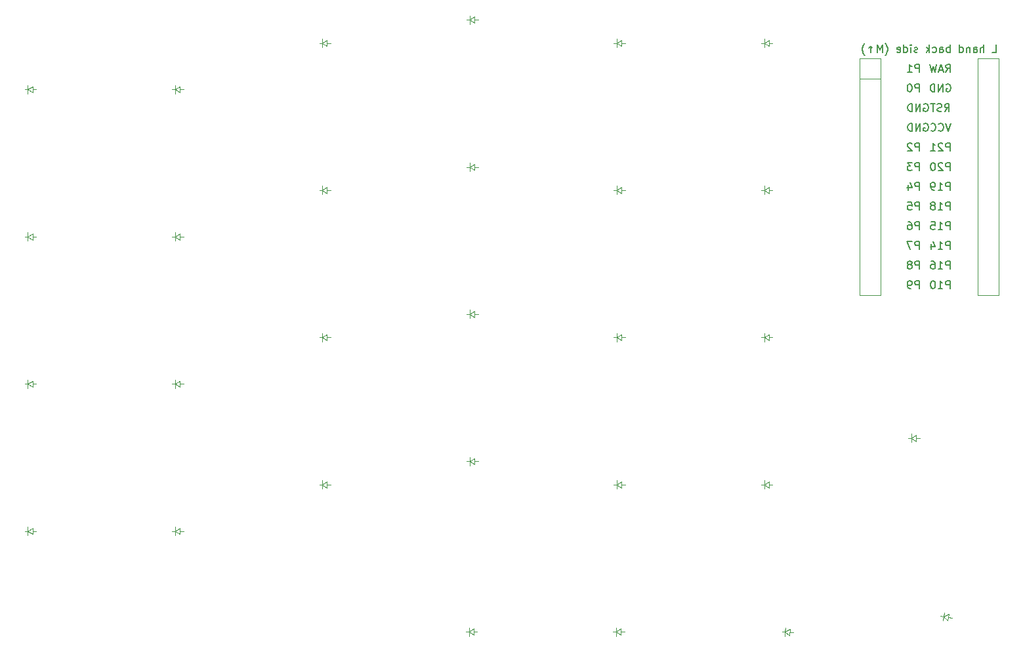
<source format=gbr>
%TF.GenerationSoftware,KiCad,Pcbnew,9.0.5*%
%TF.CreationDate,2025-11-01T14:53:46+08:00*%
%TF.ProjectId,main,6d61696e-2e6b-4696-9361-645f70636258,v1.0.0*%
%TF.SameCoordinates,Original*%
%TF.FileFunction,Legend,Bot*%
%TF.FilePolarity,Positive*%
%FSLAX46Y46*%
G04 Gerber Fmt 4.6, Leading zero omitted, Abs format (unit mm)*
G04 Created by KiCad (PCBNEW 9.0.5) date 2025-11-01 14:53:46*
%MOMM*%
%LPD*%
G01*
G04 APERTURE LIST*
%ADD10C,0.150000*%
%ADD11C,0.100000*%
%ADD12C,0.120000*%
G04 APERTURE END LIST*
D10*
X144253094Y-39954819D02*
X144253094Y-38954819D01*
X144253094Y-38954819D02*
X143872142Y-38954819D01*
X143872142Y-38954819D02*
X143776904Y-39002438D01*
X143776904Y-39002438D02*
X143729285Y-39050057D01*
X143729285Y-39050057D02*
X143681666Y-39145295D01*
X143681666Y-39145295D02*
X143681666Y-39288152D01*
X143681666Y-39288152D02*
X143729285Y-39383390D01*
X143729285Y-39383390D02*
X143776904Y-39431009D01*
X143776904Y-39431009D02*
X143872142Y-39478628D01*
X143872142Y-39478628D02*
X144253094Y-39478628D01*
X143348332Y-38954819D02*
X142729285Y-38954819D01*
X142729285Y-38954819D02*
X143062618Y-39335771D01*
X143062618Y-39335771D02*
X142919761Y-39335771D01*
X142919761Y-39335771D02*
X142824523Y-39383390D01*
X142824523Y-39383390D02*
X142776904Y-39431009D01*
X142776904Y-39431009D02*
X142729285Y-39526247D01*
X142729285Y-39526247D02*
X142729285Y-39764342D01*
X142729285Y-39764342D02*
X142776904Y-39859580D01*
X142776904Y-39859580D02*
X142824523Y-39907200D01*
X142824523Y-39907200D02*
X142919761Y-39954819D01*
X142919761Y-39954819D02*
X143205475Y-39954819D01*
X143205475Y-39954819D02*
X143300713Y-39907200D01*
X143300713Y-39907200D02*
X143348332Y-39859580D01*
X148219285Y-50114819D02*
X148219285Y-49114819D01*
X148219285Y-49114819D02*
X147838333Y-49114819D01*
X147838333Y-49114819D02*
X147743095Y-49162438D01*
X147743095Y-49162438D02*
X147695476Y-49210057D01*
X147695476Y-49210057D02*
X147647857Y-49305295D01*
X147647857Y-49305295D02*
X147647857Y-49448152D01*
X147647857Y-49448152D02*
X147695476Y-49543390D01*
X147695476Y-49543390D02*
X147743095Y-49591009D01*
X147743095Y-49591009D02*
X147838333Y-49638628D01*
X147838333Y-49638628D02*
X148219285Y-49638628D01*
X146695476Y-50114819D02*
X147266904Y-50114819D01*
X146981190Y-50114819D02*
X146981190Y-49114819D01*
X146981190Y-49114819D02*
X147076428Y-49257676D01*
X147076428Y-49257676D02*
X147171666Y-49352914D01*
X147171666Y-49352914D02*
X147266904Y-49400533D01*
X145838333Y-49448152D02*
X145838333Y-50114819D01*
X146076428Y-49067200D02*
X146314523Y-49781485D01*
X146314523Y-49781485D02*
X145695476Y-49781485D01*
X144253094Y-50114819D02*
X144253094Y-49114819D01*
X144253094Y-49114819D02*
X143872142Y-49114819D01*
X143872142Y-49114819D02*
X143776904Y-49162438D01*
X143776904Y-49162438D02*
X143729285Y-49210057D01*
X143729285Y-49210057D02*
X143681666Y-49305295D01*
X143681666Y-49305295D02*
X143681666Y-49448152D01*
X143681666Y-49448152D02*
X143729285Y-49543390D01*
X143729285Y-49543390D02*
X143776904Y-49591009D01*
X143776904Y-49591009D02*
X143872142Y-49638628D01*
X143872142Y-49638628D02*
X144253094Y-49638628D01*
X143348332Y-49114819D02*
X142681666Y-49114819D01*
X142681666Y-49114819D02*
X143110237Y-50114819D01*
X148219285Y-42494819D02*
X148219285Y-41494819D01*
X148219285Y-41494819D02*
X147838333Y-41494819D01*
X147838333Y-41494819D02*
X147743095Y-41542438D01*
X147743095Y-41542438D02*
X147695476Y-41590057D01*
X147695476Y-41590057D02*
X147647857Y-41685295D01*
X147647857Y-41685295D02*
X147647857Y-41828152D01*
X147647857Y-41828152D02*
X147695476Y-41923390D01*
X147695476Y-41923390D02*
X147743095Y-41971009D01*
X147743095Y-41971009D02*
X147838333Y-42018628D01*
X147838333Y-42018628D02*
X148219285Y-42018628D01*
X146695476Y-42494819D02*
X147266904Y-42494819D01*
X146981190Y-42494819D02*
X146981190Y-41494819D01*
X146981190Y-41494819D02*
X147076428Y-41637676D01*
X147076428Y-41637676D02*
X147171666Y-41732914D01*
X147171666Y-41732914D02*
X147266904Y-41780533D01*
X146219285Y-42494819D02*
X146028809Y-42494819D01*
X146028809Y-42494819D02*
X145933571Y-42447200D01*
X145933571Y-42447200D02*
X145885952Y-42399580D01*
X145885952Y-42399580D02*
X145790714Y-42256723D01*
X145790714Y-42256723D02*
X145743095Y-42066247D01*
X145743095Y-42066247D02*
X145743095Y-41685295D01*
X145743095Y-41685295D02*
X145790714Y-41590057D01*
X145790714Y-41590057D02*
X145838333Y-41542438D01*
X145838333Y-41542438D02*
X145933571Y-41494819D01*
X145933571Y-41494819D02*
X146124047Y-41494819D01*
X146124047Y-41494819D02*
X146219285Y-41542438D01*
X146219285Y-41542438D02*
X146266904Y-41590057D01*
X146266904Y-41590057D02*
X146314523Y-41685295D01*
X146314523Y-41685295D02*
X146314523Y-41923390D01*
X146314523Y-41923390D02*
X146266904Y-42018628D01*
X146266904Y-42018628D02*
X146219285Y-42066247D01*
X146219285Y-42066247D02*
X146124047Y-42113866D01*
X146124047Y-42113866D02*
X145933571Y-42113866D01*
X145933571Y-42113866D02*
X145838333Y-42066247D01*
X145838333Y-42066247D02*
X145790714Y-42018628D01*
X145790714Y-42018628D02*
X145743095Y-41923390D01*
X153697858Y-24709819D02*
X154174048Y-24709819D01*
X154174048Y-24709819D02*
X154174048Y-23709819D01*
X152602619Y-24709819D02*
X152602619Y-23709819D01*
X152174048Y-24709819D02*
X152174048Y-24186009D01*
X152174048Y-24186009D02*
X152221667Y-24090771D01*
X152221667Y-24090771D02*
X152316905Y-24043152D01*
X152316905Y-24043152D02*
X152459762Y-24043152D01*
X152459762Y-24043152D02*
X152555000Y-24090771D01*
X152555000Y-24090771D02*
X152602619Y-24138390D01*
X151269286Y-24709819D02*
X151269286Y-24186009D01*
X151269286Y-24186009D02*
X151316905Y-24090771D01*
X151316905Y-24090771D02*
X151412143Y-24043152D01*
X151412143Y-24043152D02*
X151602619Y-24043152D01*
X151602619Y-24043152D02*
X151697857Y-24090771D01*
X151269286Y-24662200D02*
X151364524Y-24709819D01*
X151364524Y-24709819D02*
X151602619Y-24709819D01*
X151602619Y-24709819D02*
X151697857Y-24662200D01*
X151697857Y-24662200D02*
X151745476Y-24566961D01*
X151745476Y-24566961D02*
X151745476Y-24471723D01*
X151745476Y-24471723D02*
X151697857Y-24376485D01*
X151697857Y-24376485D02*
X151602619Y-24328866D01*
X151602619Y-24328866D02*
X151364524Y-24328866D01*
X151364524Y-24328866D02*
X151269286Y-24281247D01*
X150793095Y-24043152D02*
X150793095Y-24709819D01*
X150793095Y-24138390D02*
X150745476Y-24090771D01*
X150745476Y-24090771D02*
X150650238Y-24043152D01*
X150650238Y-24043152D02*
X150507381Y-24043152D01*
X150507381Y-24043152D02*
X150412143Y-24090771D01*
X150412143Y-24090771D02*
X150364524Y-24186009D01*
X150364524Y-24186009D02*
X150364524Y-24709819D01*
X149459762Y-24709819D02*
X149459762Y-23709819D01*
X149459762Y-24662200D02*
X149555000Y-24709819D01*
X149555000Y-24709819D02*
X149745476Y-24709819D01*
X149745476Y-24709819D02*
X149840714Y-24662200D01*
X149840714Y-24662200D02*
X149888333Y-24614580D01*
X149888333Y-24614580D02*
X149935952Y-24519342D01*
X149935952Y-24519342D02*
X149935952Y-24233628D01*
X149935952Y-24233628D02*
X149888333Y-24138390D01*
X149888333Y-24138390D02*
X149840714Y-24090771D01*
X149840714Y-24090771D02*
X149745476Y-24043152D01*
X149745476Y-24043152D02*
X149555000Y-24043152D01*
X149555000Y-24043152D02*
X149459762Y-24090771D01*
X148221666Y-24709819D02*
X148221666Y-23709819D01*
X148221666Y-24090771D02*
X148126428Y-24043152D01*
X148126428Y-24043152D02*
X147935952Y-24043152D01*
X147935952Y-24043152D02*
X147840714Y-24090771D01*
X147840714Y-24090771D02*
X147793095Y-24138390D01*
X147793095Y-24138390D02*
X147745476Y-24233628D01*
X147745476Y-24233628D02*
X147745476Y-24519342D01*
X147745476Y-24519342D02*
X147793095Y-24614580D01*
X147793095Y-24614580D02*
X147840714Y-24662200D01*
X147840714Y-24662200D02*
X147935952Y-24709819D01*
X147935952Y-24709819D02*
X148126428Y-24709819D01*
X148126428Y-24709819D02*
X148221666Y-24662200D01*
X146888333Y-24709819D02*
X146888333Y-24186009D01*
X146888333Y-24186009D02*
X146935952Y-24090771D01*
X146935952Y-24090771D02*
X147031190Y-24043152D01*
X147031190Y-24043152D02*
X147221666Y-24043152D01*
X147221666Y-24043152D02*
X147316904Y-24090771D01*
X146888333Y-24662200D02*
X146983571Y-24709819D01*
X146983571Y-24709819D02*
X147221666Y-24709819D01*
X147221666Y-24709819D02*
X147316904Y-24662200D01*
X147316904Y-24662200D02*
X147364523Y-24566961D01*
X147364523Y-24566961D02*
X147364523Y-24471723D01*
X147364523Y-24471723D02*
X147316904Y-24376485D01*
X147316904Y-24376485D02*
X147221666Y-24328866D01*
X147221666Y-24328866D02*
X146983571Y-24328866D01*
X146983571Y-24328866D02*
X146888333Y-24281247D01*
X145983571Y-24662200D02*
X146078809Y-24709819D01*
X146078809Y-24709819D02*
X146269285Y-24709819D01*
X146269285Y-24709819D02*
X146364523Y-24662200D01*
X146364523Y-24662200D02*
X146412142Y-24614580D01*
X146412142Y-24614580D02*
X146459761Y-24519342D01*
X146459761Y-24519342D02*
X146459761Y-24233628D01*
X146459761Y-24233628D02*
X146412142Y-24138390D01*
X146412142Y-24138390D02*
X146364523Y-24090771D01*
X146364523Y-24090771D02*
X146269285Y-24043152D01*
X146269285Y-24043152D02*
X146078809Y-24043152D01*
X146078809Y-24043152D02*
X145983571Y-24090771D01*
X145554999Y-24709819D02*
X145554999Y-23709819D01*
X145459761Y-24328866D02*
X145174047Y-24709819D01*
X145174047Y-24043152D02*
X145554999Y-24424104D01*
X144031189Y-24662200D02*
X143935951Y-24709819D01*
X143935951Y-24709819D02*
X143745475Y-24709819D01*
X143745475Y-24709819D02*
X143650237Y-24662200D01*
X143650237Y-24662200D02*
X143602618Y-24566961D01*
X143602618Y-24566961D02*
X143602618Y-24519342D01*
X143602618Y-24519342D02*
X143650237Y-24424104D01*
X143650237Y-24424104D02*
X143745475Y-24376485D01*
X143745475Y-24376485D02*
X143888332Y-24376485D01*
X143888332Y-24376485D02*
X143983570Y-24328866D01*
X143983570Y-24328866D02*
X144031189Y-24233628D01*
X144031189Y-24233628D02*
X144031189Y-24186009D01*
X144031189Y-24186009D02*
X143983570Y-24090771D01*
X143983570Y-24090771D02*
X143888332Y-24043152D01*
X143888332Y-24043152D02*
X143745475Y-24043152D01*
X143745475Y-24043152D02*
X143650237Y-24090771D01*
X143174046Y-24709819D02*
X143174046Y-24043152D01*
X143174046Y-23709819D02*
X143221665Y-23757438D01*
X143221665Y-23757438D02*
X143174046Y-23805057D01*
X143174046Y-23805057D02*
X143126427Y-23757438D01*
X143126427Y-23757438D02*
X143174046Y-23709819D01*
X143174046Y-23709819D02*
X143174046Y-23805057D01*
X142269285Y-24709819D02*
X142269285Y-23709819D01*
X142269285Y-24662200D02*
X142364523Y-24709819D01*
X142364523Y-24709819D02*
X142554999Y-24709819D01*
X142554999Y-24709819D02*
X142650237Y-24662200D01*
X142650237Y-24662200D02*
X142697856Y-24614580D01*
X142697856Y-24614580D02*
X142745475Y-24519342D01*
X142745475Y-24519342D02*
X142745475Y-24233628D01*
X142745475Y-24233628D02*
X142697856Y-24138390D01*
X142697856Y-24138390D02*
X142650237Y-24090771D01*
X142650237Y-24090771D02*
X142554999Y-24043152D01*
X142554999Y-24043152D02*
X142364523Y-24043152D01*
X142364523Y-24043152D02*
X142269285Y-24090771D01*
X141412142Y-24662200D02*
X141507380Y-24709819D01*
X141507380Y-24709819D02*
X141697856Y-24709819D01*
X141697856Y-24709819D02*
X141793094Y-24662200D01*
X141793094Y-24662200D02*
X141840713Y-24566961D01*
X141840713Y-24566961D02*
X141840713Y-24186009D01*
X141840713Y-24186009D02*
X141793094Y-24090771D01*
X141793094Y-24090771D02*
X141697856Y-24043152D01*
X141697856Y-24043152D02*
X141507380Y-24043152D01*
X141507380Y-24043152D02*
X141412142Y-24090771D01*
X141412142Y-24090771D02*
X141364523Y-24186009D01*
X141364523Y-24186009D02*
X141364523Y-24281247D01*
X141364523Y-24281247D02*
X141840713Y-24376485D01*
X139888332Y-25090771D02*
X139935951Y-25043152D01*
X139935951Y-25043152D02*
X140031189Y-24900295D01*
X140031189Y-24900295D02*
X140078808Y-24805057D01*
X140078808Y-24805057D02*
X140126427Y-24662200D01*
X140126427Y-24662200D02*
X140174046Y-24424104D01*
X140174046Y-24424104D02*
X140174046Y-24233628D01*
X140174046Y-24233628D02*
X140126427Y-23995533D01*
X140126427Y-23995533D02*
X140078808Y-23852676D01*
X140078808Y-23852676D02*
X140031189Y-23757438D01*
X140031189Y-23757438D02*
X139935951Y-23614580D01*
X139935951Y-23614580D02*
X139888332Y-23566961D01*
X139507379Y-24709819D02*
X139507379Y-23709819D01*
X139507379Y-23709819D02*
X139174046Y-24424104D01*
X139174046Y-24424104D02*
X138840713Y-23709819D01*
X138840713Y-23709819D02*
X138840713Y-24709819D01*
X137983570Y-24709819D02*
X137983570Y-23947914D01*
X138174046Y-24138390D02*
X137983570Y-23947914D01*
X137983570Y-23947914D02*
X137793094Y-24138390D01*
X137221665Y-25090771D02*
X137174046Y-25043152D01*
X137174046Y-25043152D02*
X137078808Y-24900295D01*
X137078808Y-24900295D02*
X137031189Y-24805057D01*
X137031189Y-24805057D02*
X136983570Y-24662200D01*
X136983570Y-24662200D02*
X136935951Y-24424104D01*
X136935951Y-24424104D02*
X136935951Y-24233628D01*
X136935951Y-24233628D02*
X136983570Y-23995533D01*
X136983570Y-23995533D02*
X137031189Y-23852676D01*
X137031189Y-23852676D02*
X137078808Y-23757438D01*
X137078808Y-23757438D02*
X137174046Y-23614580D01*
X137174046Y-23614580D02*
X137221665Y-23566961D01*
X144253094Y-42494819D02*
X144253094Y-41494819D01*
X144253094Y-41494819D02*
X143872142Y-41494819D01*
X143872142Y-41494819D02*
X143776904Y-41542438D01*
X143776904Y-41542438D02*
X143729285Y-41590057D01*
X143729285Y-41590057D02*
X143681666Y-41685295D01*
X143681666Y-41685295D02*
X143681666Y-41828152D01*
X143681666Y-41828152D02*
X143729285Y-41923390D01*
X143729285Y-41923390D02*
X143776904Y-41971009D01*
X143776904Y-41971009D02*
X143872142Y-42018628D01*
X143872142Y-42018628D02*
X144253094Y-42018628D01*
X142824523Y-41828152D02*
X142824523Y-42494819D01*
X143062618Y-41447200D02*
X143300713Y-42161485D01*
X143300713Y-42161485D02*
X142681666Y-42161485D01*
X144253094Y-29794819D02*
X144253094Y-28794819D01*
X144253094Y-28794819D02*
X143872142Y-28794819D01*
X143872142Y-28794819D02*
X143776904Y-28842438D01*
X143776904Y-28842438D02*
X143729285Y-28890057D01*
X143729285Y-28890057D02*
X143681666Y-28985295D01*
X143681666Y-28985295D02*
X143681666Y-29128152D01*
X143681666Y-29128152D02*
X143729285Y-29223390D01*
X143729285Y-29223390D02*
X143776904Y-29271009D01*
X143776904Y-29271009D02*
X143872142Y-29318628D01*
X143872142Y-29318628D02*
X144253094Y-29318628D01*
X143062618Y-28794819D02*
X142967380Y-28794819D01*
X142967380Y-28794819D02*
X142872142Y-28842438D01*
X142872142Y-28842438D02*
X142824523Y-28890057D01*
X142824523Y-28890057D02*
X142776904Y-28985295D01*
X142776904Y-28985295D02*
X142729285Y-29175771D01*
X142729285Y-29175771D02*
X142729285Y-29413866D01*
X142729285Y-29413866D02*
X142776904Y-29604342D01*
X142776904Y-29604342D02*
X142824523Y-29699580D01*
X142824523Y-29699580D02*
X142872142Y-29747200D01*
X142872142Y-29747200D02*
X142967380Y-29794819D01*
X142967380Y-29794819D02*
X143062618Y-29794819D01*
X143062618Y-29794819D02*
X143157856Y-29747200D01*
X143157856Y-29747200D02*
X143205475Y-29699580D01*
X143205475Y-29699580D02*
X143253094Y-29604342D01*
X143253094Y-29604342D02*
X143300713Y-29413866D01*
X143300713Y-29413866D02*
X143300713Y-29175771D01*
X143300713Y-29175771D02*
X143253094Y-28985295D01*
X143253094Y-28985295D02*
X143205475Y-28890057D01*
X143205475Y-28890057D02*
X143157856Y-28842438D01*
X143157856Y-28842438D02*
X143062618Y-28794819D01*
X148219285Y-55194819D02*
X148219285Y-54194819D01*
X148219285Y-54194819D02*
X147838333Y-54194819D01*
X147838333Y-54194819D02*
X147743095Y-54242438D01*
X147743095Y-54242438D02*
X147695476Y-54290057D01*
X147695476Y-54290057D02*
X147647857Y-54385295D01*
X147647857Y-54385295D02*
X147647857Y-54528152D01*
X147647857Y-54528152D02*
X147695476Y-54623390D01*
X147695476Y-54623390D02*
X147743095Y-54671009D01*
X147743095Y-54671009D02*
X147838333Y-54718628D01*
X147838333Y-54718628D02*
X148219285Y-54718628D01*
X146695476Y-55194819D02*
X147266904Y-55194819D01*
X146981190Y-55194819D02*
X146981190Y-54194819D01*
X146981190Y-54194819D02*
X147076428Y-54337676D01*
X147076428Y-54337676D02*
X147171666Y-54432914D01*
X147171666Y-54432914D02*
X147266904Y-54480533D01*
X146076428Y-54194819D02*
X145981190Y-54194819D01*
X145981190Y-54194819D02*
X145885952Y-54242438D01*
X145885952Y-54242438D02*
X145838333Y-54290057D01*
X145838333Y-54290057D02*
X145790714Y-54385295D01*
X145790714Y-54385295D02*
X145743095Y-54575771D01*
X145743095Y-54575771D02*
X145743095Y-54813866D01*
X145743095Y-54813866D02*
X145790714Y-55004342D01*
X145790714Y-55004342D02*
X145838333Y-55099580D01*
X145838333Y-55099580D02*
X145885952Y-55147200D01*
X145885952Y-55147200D02*
X145981190Y-55194819D01*
X145981190Y-55194819D02*
X146076428Y-55194819D01*
X146076428Y-55194819D02*
X146171666Y-55147200D01*
X146171666Y-55147200D02*
X146219285Y-55099580D01*
X146219285Y-55099580D02*
X146266904Y-55004342D01*
X146266904Y-55004342D02*
X146314523Y-54813866D01*
X146314523Y-54813866D02*
X146314523Y-54575771D01*
X146314523Y-54575771D02*
X146266904Y-54385295D01*
X146266904Y-54385295D02*
X146219285Y-54290057D01*
X146219285Y-54290057D02*
X146171666Y-54242438D01*
X146171666Y-54242438D02*
X146076428Y-54194819D01*
X144866904Y-31382438D02*
X144962142Y-31334819D01*
X144962142Y-31334819D02*
X145104999Y-31334819D01*
X145104999Y-31334819D02*
X145247856Y-31382438D01*
X145247856Y-31382438D02*
X145343094Y-31477676D01*
X145343094Y-31477676D02*
X145390713Y-31572914D01*
X145390713Y-31572914D02*
X145438332Y-31763390D01*
X145438332Y-31763390D02*
X145438332Y-31906247D01*
X145438332Y-31906247D02*
X145390713Y-32096723D01*
X145390713Y-32096723D02*
X145343094Y-32191961D01*
X145343094Y-32191961D02*
X145247856Y-32287200D01*
X145247856Y-32287200D02*
X145104999Y-32334819D01*
X145104999Y-32334819D02*
X145009761Y-32334819D01*
X145009761Y-32334819D02*
X144866904Y-32287200D01*
X144866904Y-32287200D02*
X144819285Y-32239580D01*
X144819285Y-32239580D02*
X144819285Y-31906247D01*
X144819285Y-31906247D02*
X145009761Y-31906247D01*
X144390713Y-32334819D02*
X144390713Y-31334819D01*
X144390713Y-31334819D02*
X143819285Y-32334819D01*
X143819285Y-32334819D02*
X143819285Y-31334819D01*
X143343094Y-32334819D02*
X143343094Y-31334819D01*
X143343094Y-31334819D02*
X143104999Y-31334819D01*
X143104999Y-31334819D02*
X142962142Y-31382438D01*
X142962142Y-31382438D02*
X142866904Y-31477676D01*
X142866904Y-31477676D02*
X142819285Y-31572914D01*
X142819285Y-31572914D02*
X142771666Y-31763390D01*
X142771666Y-31763390D02*
X142771666Y-31906247D01*
X142771666Y-31906247D02*
X142819285Y-32096723D01*
X142819285Y-32096723D02*
X142866904Y-32191961D01*
X142866904Y-32191961D02*
X142962142Y-32287200D01*
X142962142Y-32287200D02*
X143104999Y-32334819D01*
X143104999Y-32334819D02*
X143343094Y-32334819D01*
X144253094Y-47574819D02*
X144253094Y-46574819D01*
X144253094Y-46574819D02*
X143872142Y-46574819D01*
X143872142Y-46574819D02*
X143776904Y-46622438D01*
X143776904Y-46622438D02*
X143729285Y-46670057D01*
X143729285Y-46670057D02*
X143681666Y-46765295D01*
X143681666Y-46765295D02*
X143681666Y-46908152D01*
X143681666Y-46908152D02*
X143729285Y-47003390D01*
X143729285Y-47003390D02*
X143776904Y-47051009D01*
X143776904Y-47051009D02*
X143872142Y-47098628D01*
X143872142Y-47098628D02*
X144253094Y-47098628D01*
X142824523Y-46574819D02*
X143014999Y-46574819D01*
X143014999Y-46574819D02*
X143110237Y-46622438D01*
X143110237Y-46622438D02*
X143157856Y-46670057D01*
X143157856Y-46670057D02*
X143253094Y-46812914D01*
X143253094Y-46812914D02*
X143300713Y-47003390D01*
X143300713Y-47003390D02*
X143300713Y-47384342D01*
X143300713Y-47384342D02*
X143253094Y-47479580D01*
X143253094Y-47479580D02*
X143205475Y-47527200D01*
X143205475Y-47527200D02*
X143110237Y-47574819D01*
X143110237Y-47574819D02*
X142919761Y-47574819D01*
X142919761Y-47574819D02*
X142824523Y-47527200D01*
X142824523Y-47527200D02*
X142776904Y-47479580D01*
X142776904Y-47479580D02*
X142729285Y-47384342D01*
X142729285Y-47384342D02*
X142729285Y-47146247D01*
X142729285Y-47146247D02*
X142776904Y-47051009D01*
X142776904Y-47051009D02*
X142824523Y-47003390D01*
X142824523Y-47003390D02*
X142919761Y-46955771D01*
X142919761Y-46955771D02*
X143110237Y-46955771D01*
X143110237Y-46955771D02*
X143205475Y-47003390D01*
X143205475Y-47003390D02*
X143253094Y-47051009D01*
X143253094Y-47051009D02*
X143300713Y-47146247D01*
X144866904Y-33922438D02*
X144962142Y-33874819D01*
X144962142Y-33874819D02*
X145104999Y-33874819D01*
X145104999Y-33874819D02*
X145247856Y-33922438D01*
X145247856Y-33922438D02*
X145343094Y-34017676D01*
X145343094Y-34017676D02*
X145390713Y-34112914D01*
X145390713Y-34112914D02*
X145438332Y-34303390D01*
X145438332Y-34303390D02*
X145438332Y-34446247D01*
X145438332Y-34446247D02*
X145390713Y-34636723D01*
X145390713Y-34636723D02*
X145343094Y-34731961D01*
X145343094Y-34731961D02*
X145247856Y-34827200D01*
X145247856Y-34827200D02*
X145104999Y-34874819D01*
X145104999Y-34874819D02*
X145009761Y-34874819D01*
X145009761Y-34874819D02*
X144866904Y-34827200D01*
X144866904Y-34827200D02*
X144819285Y-34779580D01*
X144819285Y-34779580D02*
X144819285Y-34446247D01*
X144819285Y-34446247D02*
X145009761Y-34446247D01*
X144390713Y-34874819D02*
X144390713Y-33874819D01*
X144390713Y-33874819D02*
X143819285Y-34874819D01*
X143819285Y-34874819D02*
X143819285Y-33874819D01*
X143343094Y-34874819D02*
X143343094Y-33874819D01*
X143343094Y-33874819D02*
X143104999Y-33874819D01*
X143104999Y-33874819D02*
X142962142Y-33922438D01*
X142962142Y-33922438D02*
X142866904Y-34017676D01*
X142866904Y-34017676D02*
X142819285Y-34112914D01*
X142819285Y-34112914D02*
X142771666Y-34303390D01*
X142771666Y-34303390D02*
X142771666Y-34446247D01*
X142771666Y-34446247D02*
X142819285Y-34636723D01*
X142819285Y-34636723D02*
X142866904Y-34731961D01*
X142866904Y-34731961D02*
X142962142Y-34827200D01*
X142962142Y-34827200D02*
X143104999Y-34874819D01*
X143104999Y-34874819D02*
X143343094Y-34874819D01*
X148219285Y-45034819D02*
X148219285Y-44034819D01*
X148219285Y-44034819D02*
X147838333Y-44034819D01*
X147838333Y-44034819D02*
X147743095Y-44082438D01*
X147743095Y-44082438D02*
X147695476Y-44130057D01*
X147695476Y-44130057D02*
X147647857Y-44225295D01*
X147647857Y-44225295D02*
X147647857Y-44368152D01*
X147647857Y-44368152D02*
X147695476Y-44463390D01*
X147695476Y-44463390D02*
X147743095Y-44511009D01*
X147743095Y-44511009D02*
X147838333Y-44558628D01*
X147838333Y-44558628D02*
X148219285Y-44558628D01*
X146695476Y-45034819D02*
X147266904Y-45034819D01*
X146981190Y-45034819D02*
X146981190Y-44034819D01*
X146981190Y-44034819D02*
X147076428Y-44177676D01*
X147076428Y-44177676D02*
X147171666Y-44272914D01*
X147171666Y-44272914D02*
X147266904Y-44320533D01*
X146124047Y-44463390D02*
X146219285Y-44415771D01*
X146219285Y-44415771D02*
X146266904Y-44368152D01*
X146266904Y-44368152D02*
X146314523Y-44272914D01*
X146314523Y-44272914D02*
X146314523Y-44225295D01*
X146314523Y-44225295D02*
X146266904Y-44130057D01*
X146266904Y-44130057D02*
X146219285Y-44082438D01*
X146219285Y-44082438D02*
X146124047Y-44034819D01*
X146124047Y-44034819D02*
X145933571Y-44034819D01*
X145933571Y-44034819D02*
X145838333Y-44082438D01*
X145838333Y-44082438D02*
X145790714Y-44130057D01*
X145790714Y-44130057D02*
X145743095Y-44225295D01*
X145743095Y-44225295D02*
X145743095Y-44272914D01*
X145743095Y-44272914D02*
X145790714Y-44368152D01*
X145790714Y-44368152D02*
X145838333Y-44415771D01*
X145838333Y-44415771D02*
X145933571Y-44463390D01*
X145933571Y-44463390D02*
X146124047Y-44463390D01*
X146124047Y-44463390D02*
X146219285Y-44511009D01*
X146219285Y-44511009D02*
X146266904Y-44558628D01*
X146266904Y-44558628D02*
X146314523Y-44653866D01*
X146314523Y-44653866D02*
X146314523Y-44844342D01*
X146314523Y-44844342D02*
X146266904Y-44939580D01*
X146266904Y-44939580D02*
X146219285Y-44987200D01*
X146219285Y-44987200D02*
X146124047Y-45034819D01*
X146124047Y-45034819D02*
X145933571Y-45034819D01*
X145933571Y-45034819D02*
X145838333Y-44987200D01*
X145838333Y-44987200D02*
X145790714Y-44939580D01*
X145790714Y-44939580D02*
X145743095Y-44844342D01*
X145743095Y-44844342D02*
X145743095Y-44653866D01*
X145743095Y-44653866D02*
X145790714Y-44558628D01*
X145790714Y-44558628D02*
X145838333Y-44511009D01*
X145838333Y-44511009D02*
X145933571Y-44463390D01*
X144253094Y-45034819D02*
X144253094Y-44034819D01*
X144253094Y-44034819D02*
X143872142Y-44034819D01*
X143872142Y-44034819D02*
X143776904Y-44082438D01*
X143776904Y-44082438D02*
X143729285Y-44130057D01*
X143729285Y-44130057D02*
X143681666Y-44225295D01*
X143681666Y-44225295D02*
X143681666Y-44368152D01*
X143681666Y-44368152D02*
X143729285Y-44463390D01*
X143729285Y-44463390D02*
X143776904Y-44511009D01*
X143776904Y-44511009D02*
X143872142Y-44558628D01*
X143872142Y-44558628D02*
X144253094Y-44558628D01*
X142776904Y-44034819D02*
X143253094Y-44034819D01*
X143253094Y-44034819D02*
X143300713Y-44511009D01*
X143300713Y-44511009D02*
X143253094Y-44463390D01*
X143253094Y-44463390D02*
X143157856Y-44415771D01*
X143157856Y-44415771D02*
X142919761Y-44415771D01*
X142919761Y-44415771D02*
X142824523Y-44463390D01*
X142824523Y-44463390D02*
X142776904Y-44511009D01*
X142776904Y-44511009D02*
X142729285Y-44606247D01*
X142729285Y-44606247D02*
X142729285Y-44844342D01*
X142729285Y-44844342D02*
X142776904Y-44939580D01*
X142776904Y-44939580D02*
X142824523Y-44987200D01*
X142824523Y-44987200D02*
X142919761Y-45034819D01*
X142919761Y-45034819D02*
X143157856Y-45034819D01*
X143157856Y-45034819D02*
X143253094Y-44987200D01*
X143253094Y-44987200D02*
X143300713Y-44939580D01*
X144253094Y-27254819D02*
X144253094Y-26254819D01*
X144253094Y-26254819D02*
X143872142Y-26254819D01*
X143872142Y-26254819D02*
X143776904Y-26302438D01*
X143776904Y-26302438D02*
X143729285Y-26350057D01*
X143729285Y-26350057D02*
X143681666Y-26445295D01*
X143681666Y-26445295D02*
X143681666Y-26588152D01*
X143681666Y-26588152D02*
X143729285Y-26683390D01*
X143729285Y-26683390D02*
X143776904Y-26731009D01*
X143776904Y-26731009D02*
X143872142Y-26778628D01*
X143872142Y-26778628D02*
X144253094Y-26778628D01*
X142729285Y-27254819D02*
X143300713Y-27254819D01*
X143014999Y-27254819D02*
X143014999Y-26254819D01*
X143014999Y-26254819D02*
X143110237Y-26397676D01*
X143110237Y-26397676D02*
X143205475Y-26492914D01*
X143205475Y-26492914D02*
X143300713Y-26540533D01*
X147695476Y-27254819D02*
X148028809Y-26778628D01*
X148266904Y-27254819D02*
X148266904Y-26254819D01*
X148266904Y-26254819D02*
X147885952Y-26254819D01*
X147885952Y-26254819D02*
X147790714Y-26302438D01*
X147790714Y-26302438D02*
X147743095Y-26350057D01*
X147743095Y-26350057D02*
X147695476Y-26445295D01*
X147695476Y-26445295D02*
X147695476Y-26588152D01*
X147695476Y-26588152D02*
X147743095Y-26683390D01*
X147743095Y-26683390D02*
X147790714Y-26731009D01*
X147790714Y-26731009D02*
X147885952Y-26778628D01*
X147885952Y-26778628D02*
X148266904Y-26778628D01*
X147314523Y-26969104D02*
X146838333Y-26969104D01*
X147409761Y-27254819D02*
X147076428Y-26254819D01*
X147076428Y-26254819D02*
X146743095Y-27254819D01*
X146504999Y-26254819D02*
X146266904Y-27254819D01*
X146266904Y-27254819D02*
X146076428Y-26540533D01*
X146076428Y-26540533D02*
X145885952Y-27254819D01*
X145885952Y-27254819D02*
X145647857Y-26254819D01*
X148219285Y-37414819D02*
X148219285Y-36414819D01*
X148219285Y-36414819D02*
X147838333Y-36414819D01*
X147838333Y-36414819D02*
X147743095Y-36462438D01*
X147743095Y-36462438D02*
X147695476Y-36510057D01*
X147695476Y-36510057D02*
X147647857Y-36605295D01*
X147647857Y-36605295D02*
X147647857Y-36748152D01*
X147647857Y-36748152D02*
X147695476Y-36843390D01*
X147695476Y-36843390D02*
X147743095Y-36891009D01*
X147743095Y-36891009D02*
X147838333Y-36938628D01*
X147838333Y-36938628D02*
X148219285Y-36938628D01*
X147266904Y-36510057D02*
X147219285Y-36462438D01*
X147219285Y-36462438D02*
X147124047Y-36414819D01*
X147124047Y-36414819D02*
X146885952Y-36414819D01*
X146885952Y-36414819D02*
X146790714Y-36462438D01*
X146790714Y-36462438D02*
X146743095Y-36510057D01*
X146743095Y-36510057D02*
X146695476Y-36605295D01*
X146695476Y-36605295D02*
X146695476Y-36700533D01*
X146695476Y-36700533D02*
X146743095Y-36843390D01*
X146743095Y-36843390D02*
X147314523Y-37414819D01*
X147314523Y-37414819D02*
X146695476Y-37414819D01*
X145743095Y-37414819D02*
X146314523Y-37414819D01*
X146028809Y-37414819D02*
X146028809Y-36414819D01*
X146028809Y-36414819D02*
X146124047Y-36557676D01*
X146124047Y-36557676D02*
X146219285Y-36652914D01*
X146219285Y-36652914D02*
X146314523Y-36700533D01*
X148219285Y-47574819D02*
X148219285Y-46574819D01*
X148219285Y-46574819D02*
X147838333Y-46574819D01*
X147838333Y-46574819D02*
X147743095Y-46622438D01*
X147743095Y-46622438D02*
X147695476Y-46670057D01*
X147695476Y-46670057D02*
X147647857Y-46765295D01*
X147647857Y-46765295D02*
X147647857Y-46908152D01*
X147647857Y-46908152D02*
X147695476Y-47003390D01*
X147695476Y-47003390D02*
X147743095Y-47051009D01*
X147743095Y-47051009D02*
X147838333Y-47098628D01*
X147838333Y-47098628D02*
X148219285Y-47098628D01*
X146695476Y-47574819D02*
X147266904Y-47574819D01*
X146981190Y-47574819D02*
X146981190Y-46574819D01*
X146981190Y-46574819D02*
X147076428Y-46717676D01*
X147076428Y-46717676D02*
X147171666Y-46812914D01*
X147171666Y-46812914D02*
X147266904Y-46860533D01*
X145790714Y-46574819D02*
X146266904Y-46574819D01*
X146266904Y-46574819D02*
X146314523Y-47051009D01*
X146314523Y-47051009D02*
X146266904Y-47003390D01*
X146266904Y-47003390D02*
X146171666Y-46955771D01*
X146171666Y-46955771D02*
X145933571Y-46955771D01*
X145933571Y-46955771D02*
X145838333Y-47003390D01*
X145838333Y-47003390D02*
X145790714Y-47051009D01*
X145790714Y-47051009D02*
X145743095Y-47146247D01*
X145743095Y-47146247D02*
X145743095Y-47384342D01*
X145743095Y-47384342D02*
X145790714Y-47479580D01*
X145790714Y-47479580D02*
X145838333Y-47527200D01*
X145838333Y-47527200D02*
X145933571Y-47574819D01*
X145933571Y-47574819D02*
X146171666Y-47574819D01*
X146171666Y-47574819D02*
X146266904Y-47527200D01*
X146266904Y-47527200D02*
X146314523Y-47479580D01*
X144253094Y-52654819D02*
X144253094Y-51654819D01*
X144253094Y-51654819D02*
X143872142Y-51654819D01*
X143872142Y-51654819D02*
X143776904Y-51702438D01*
X143776904Y-51702438D02*
X143729285Y-51750057D01*
X143729285Y-51750057D02*
X143681666Y-51845295D01*
X143681666Y-51845295D02*
X143681666Y-51988152D01*
X143681666Y-51988152D02*
X143729285Y-52083390D01*
X143729285Y-52083390D02*
X143776904Y-52131009D01*
X143776904Y-52131009D02*
X143872142Y-52178628D01*
X143872142Y-52178628D02*
X144253094Y-52178628D01*
X143110237Y-52083390D02*
X143205475Y-52035771D01*
X143205475Y-52035771D02*
X143253094Y-51988152D01*
X143253094Y-51988152D02*
X143300713Y-51892914D01*
X143300713Y-51892914D02*
X143300713Y-51845295D01*
X143300713Y-51845295D02*
X143253094Y-51750057D01*
X143253094Y-51750057D02*
X143205475Y-51702438D01*
X143205475Y-51702438D02*
X143110237Y-51654819D01*
X143110237Y-51654819D02*
X142919761Y-51654819D01*
X142919761Y-51654819D02*
X142824523Y-51702438D01*
X142824523Y-51702438D02*
X142776904Y-51750057D01*
X142776904Y-51750057D02*
X142729285Y-51845295D01*
X142729285Y-51845295D02*
X142729285Y-51892914D01*
X142729285Y-51892914D02*
X142776904Y-51988152D01*
X142776904Y-51988152D02*
X142824523Y-52035771D01*
X142824523Y-52035771D02*
X142919761Y-52083390D01*
X142919761Y-52083390D02*
X143110237Y-52083390D01*
X143110237Y-52083390D02*
X143205475Y-52131009D01*
X143205475Y-52131009D02*
X143253094Y-52178628D01*
X143253094Y-52178628D02*
X143300713Y-52273866D01*
X143300713Y-52273866D02*
X143300713Y-52464342D01*
X143300713Y-52464342D02*
X143253094Y-52559580D01*
X143253094Y-52559580D02*
X143205475Y-52607200D01*
X143205475Y-52607200D02*
X143110237Y-52654819D01*
X143110237Y-52654819D02*
X142919761Y-52654819D01*
X142919761Y-52654819D02*
X142824523Y-52607200D01*
X142824523Y-52607200D02*
X142776904Y-52559580D01*
X142776904Y-52559580D02*
X142729285Y-52464342D01*
X142729285Y-52464342D02*
X142729285Y-52273866D01*
X142729285Y-52273866D02*
X142776904Y-52178628D01*
X142776904Y-52178628D02*
X142824523Y-52131009D01*
X142824523Y-52131009D02*
X142919761Y-52083390D01*
X147552619Y-32334819D02*
X147885952Y-31858628D01*
X148124047Y-32334819D02*
X148124047Y-31334819D01*
X148124047Y-31334819D02*
X147743095Y-31334819D01*
X147743095Y-31334819D02*
X147647857Y-31382438D01*
X147647857Y-31382438D02*
X147600238Y-31430057D01*
X147600238Y-31430057D02*
X147552619Y-31525295D01*
X147552619Y-31525295D02*
X147552619Y-31668152D01*
X147552619Y-31668152D02*
X147600238Y-31763390D01*
X147600238Y-31763390D02*
X147647857Y-31811009D01*
X147647857Y-31811009D02*
X147743095Y-31858628D01*
X147743095Y-31858628D02*
X148124047Y-31858628D01*
X147171666Y-32287200D02*
X147028809Y-32334819D01*
X147028809Y-32334819D02*
X146790714Y-32334819D01*
X146790714Y-32334819D02*
X146695476Y-32287200D01*
X146695476Y-32287200D02*
X146647857Y-32239580D01*
X146647857Y-32239580D02*
X146600238Y-32144342D01*
X146600238Y-32144342D02*
X146600238Y-32049104D01*
X146600238Y-32049104D02*
X146647857Y-31953866D01*
X146647857Y-31953866D02*
X146695476Y-31906247D01*
X146695476Y-31906247D02*
X146790714Y-31858628D01*
X146790714Y-31858628D02*
X146981190Y-31811009D01*
X146981190Y-31811009D02*
X147076428Y-31763390D01*
X147076428Y-31763390D02*
X147124047Y-31715771D01*
X147124047Y-31715771D02*
X147171666Y-31620533D01*
X147171666Y-31620533D02*
X147171666Y-31525295D01*
X147171666Y-31525295D02*
X147124047Y-31430057D01*
X147124047Y-31430057D02*
X147076428Y-31382438D01*
X147076428Y-31382438D02*
X146981190Y-31334819D01*
X146981190Y-31334819D02*
X146743095Y-31334819D01*
X146743095Y-31334819D02*
X146600238Y-31382438D01*
X146314523Y-31334819D02*
X145743095Y-31334819D01*
X146028809Y-32334819D02*
X146028809Y-31334819D01*
X144253094Y-37414819D02*
X144253094Y-36414819D01*
X144253094Y-36414819D02*
X143872142Y-36414819D01*
X143872142Y-36414819D02*
X143776904Y-36462438D01*
X143776904Y-36462438D02*
X143729285Y-36510057D01*
X143729285Y-36510057D02*
X143681666Y-36605295D01*
X143681666Y-36605295D02*
X143681666Y-36748152D01*
X143681666Y-36748152D02*
X143729285Y-36843390D01*
X143729285Y-36843390D02*
X143776904Y-36891009D01*
X143776904Y-36891009D02*
X143872142Y-36938628D01*
X143872142Y-36938628D02*
X144253094Y-36938628D01*
X143300713Y-36510057D02*
X143253094Y-36462438D01*
X143253094Y-36462438D02*
X143157856Y-36414819D01*
X143157856Y-36414819D02*
X142919761Y-36414819D01*
X142919761Y-36414819D02*
X142824523Y-36462438D01*
X142824523Y-36462438D02*
X142776904Y-36510057D01*
X142776904Y-36510057D02*
X142729285Y-36605295D01*
X142729285Y-36605295D02*
X142729285Y-36700533D01*
X142729285Y-36700533D02*
X142776904Y-36843390D01*
X142776904Y-36843390D02*
X143348332Y-37414819D01*
X143348332Y-37414819D02*
X142729285Y-37414819D01*
X148219285Y-39954819D02*
X148219285Y-38954819D01*
X148219285Y-38954819D02*
X147838333Y-38954819D01*
X147838333Y-38954819D02*
X147743095Y-39002438D01*
X147743095Y-39002438D02*
X147695476Y-39050057D01*
X147695476Y-39050057D02*
X147647857Y-39145295D01*
X147647857Y-39145295D02*
X147647857Y-39288152D01*
X147647857Y-39288152D02*
X147695476Y-39383390D01*
X147695476Y-39383390D02*
X147743095Y-39431009D01*
X147743095Y-39431009D02*
X147838333Y-39478628D01*
X147838333Y-39478628D02*
X148219285Y-39478628D01*
X147266904Y-39050057D02*
X147219285Y-39002438D01*
X147219285Y-39002438D02*
X147124047Y-38954819D01*
X147124047Y-38954819D02*
X146885952Y-38954819D01*
X146885952Y-38954819D02*
X146790714Y-39002438D01*
X146790714Y-39002438D02*
X146743095Y-39050057D01*
X146743095Y-39050057D02*
X146695476Y-39145295D01*
X146695476Y-39145295D02*
X146695476Y-39240533D01*
X146695476Y-39240533D02*
X146743095Y-39383390D01*
X146743095Y-39383390D02*
X147314523Y-39954819D01*
X147314523Y-39954819D02*
X146695476Y-39954819D01*
X146076428Y-38954819D02*
X145981190Y-38954819D01*
X145981190Y-38954819D02*
X145885952Y-39002438D01*
X145885952Y-39002438D02*
X145838333Y-39050057D01*
X145838333Y-39050057D02*
X145790714Y-39145295D01*
X145790714Y-39145295D02*
X145743095Y-39335771D01*
X145743095Y-39335771D02*
X145743095Y-39573866D01*
X145743095Y-39573866D02*
X145790714Y-39764342D01*
X145790714Y-39764342D02*
X145838333Y-39859580D01*
X145838333Y-39859580D02*
X145885952Y-39907200D01*
X145885952Y-39907200D02*
X145981190Y-39954819D01*
X145981190Y-39954819D02*
X146076428Y-39954819D01*
X146076428Y-39954819D02*
X146171666Y-39907200D01*
X146171666Y-39907200D02*
X146219285Y-39859580D01*
X146219285Y-39859580D02*
X146266904Y-39764342D01*
X146266904Y-39764342D02*
X146314523Y-39573866D01*
X146314523Y-39573866D02*
X146314523Y-39335771D01*
X146314523Y-39335771D02*
X146266904Y-39145295D01*
X146266904Y-39145295D02*
X146219285Y-39050057D01*
X146219285Y-39050057D02*
X146171666Y-39002438D01*
X146171666Y-39002438D02*
X146076428Y-38954819D01*
X148219285Y-52654819D02*
X148219285Y-51654819D01*
X148219285Y-51654819D02*
X147838333Y-51654819D01*
X147838333Y-51654819D02*
X147743095Y-51702438D01*
X147743095Y-51702438D02*
X147695476Y-51750057D01*
X147695476Y-51750057D02*
X147647857Y-51845295D01*
X147647857Y-51845295D02*
X147647857Y-51988152D01*
X147647857Y-51988152D02*
X147695476Y-52083390D01*
X147695476Y-52083390D02*
X147743095Y-52131009D01*
X147743095Y-52131009D02*
X147838333Y-52178628D01*
X147838333Y-52178628D02*
X148219285Y-52178628D01*
X146695476Y-52654819D02*
X147266904Y-52654819D01*
X146981190Y-52654819D02*
X146981190Y-51654819D01*
X146981190Y-51654819D02*
X147076428Y-51797676D01*
X147076428Y-51797676D02*
X147171666Y-51892914D01*
X147171666Y-51892914D02*
X147266904Y-51940533D01*
X145838333Y-51654819D02*
X146028809Y-51654819D01*
X146028809Y-51654819D02*
X146124047Y-51702438D01*
X146124047Y-51702438D02*
X146171666Y-51750057D01*
X146171666Y-51750057D02*
X146266904Y-51892914D01*
X146266904Y-51892914D02*
X146314523Y-52083390D01*
X146314523Y-52083390D02*
X146314523Y-52464342D01*
X146314523Y-52464342D02*
X146266904Y-52559580D01*
X146266904Y-52559580D02*
X146219285Y-52607200D01*
X146219285Y-52607200D02*
X146124047Y-52654819D01*
X146124047Y-52654819D02*
X145933571Y-52654819D01*
X145933571Y-52654819D02*
X145838333Y-52607200D01*
X145838333Y-52607200D02*
X145790714Y-52559580D01*
X145790714Y-52559580D02*
X145743095Y-52464342D01*
X145743095Y-52464342D02*
X145743095Y-52226247D01*
X145743095Y-52226247D02*
X145790714Y-52131009D01*
X145790714Y-52131009D02*
X145838333Y-52083390D01*
X145838333Y-52083390D02*
X145933571Y-52035771D01*
X145933571Y-52035771D02*
X146124047Y-52035771D01*
X146124047Y-52035771D02*
X146219285Y-52083390D01*
X146219285Y-52083390D02*
X146266904Y-52131009D01*
X146266904Y-52131009D02*
X146314523Y-52226247D01*
X148338332Y-33874819D02*
X148004999Y-34874819D01*
X148004999Y-34874819D02*
X147671666Y-33874819D01*
X146766904Y-34779580D02*
X146814523Y-34827200D01*
X146814523Y-34827200D02*
X146957380Y-34874819D01*
X146957380Y-34874819D02*
X147052618Y-34874819D01*
X147052618Y-34874819D02*
X147195475Y-34827200D01*
X147195475Y-34827200D02*
X147290713Y-34731961D01*
X147290713Y-34731961D02*
X147338332Y-34636723D01*
X147338332Y-34636723D02*
X147385951Y-34446247D01*
X147385951Y-34446247D02*
X147385951Y-34303390D01*
X147385951Y-34303390D02*
X147338332Y-34112914D01*
X147338332Y-34112914D02*
X147290713Y-34017676D01*
X147290713Y-34017676D02*
X147195475Y-33922438D01*
X147195475Y-33922438D02*
X147052618Y-33874819D01*
X147052618Y-33874819D02*
X146957380Y-33874819D01*
X146957380Y-33874819D02*
X146814523Y-33922438D01*
X146814523Y-33922438D02*
X146766904Y-33970057D01*
X145766904Y-34779580D02*
X145814523Y-34827200D01*
X145814523Y-34827200D02*
X145957380Y-34874819D01*
X145957380Y-34874819D02*
X146052618Y-34874819D01*
X146052618Y-34874819D02*
X146195475Y-34827200D01*
X146195475Y-34827200D02*
X146290713Y-34731961D01*
X146290713Y-34731961D02*
X146338332Y-34636723D01*
X146338332Y-34636723D02*
X146385951Y-34446247D01*
X146385951Y-34446247D02*
X146385951Y-34303390D01*
X146385951Y-34303390D02*
X146338332Y-34112914D01*
X146338332Y-34112914D02*
X146290713Y-34017676D01*
X146290713Y-34017676D02*
X146195475Y-33922438D01*
X146195475Y-33922438D02*
X146052618Y-33874819D01*
X146052618Y-33874819D02*
X145957380Y-33874819D01*
X145957380Y-33874819D02*
X145814523Y-33922438D01*
X145814523Y-33922438D02*
X145766904Y-33970057D01*
X147766904Y-28842438D02*
X147862142Y-28794819D01*
X147862142Y-28794819D02*
X148004999Y-28794819D01*
X148004999Y-28794819D02*
X148147856Y-28842438D01*
X148147856Y-28842438D02*
X148243094Y-28937676D01*
X148243094Y-28937676D02*
X148290713Y-29032914D01*
X148290713Y-29032914D02*
X148338332Y-29223390D01*
X148338332Y-29223390D02*
X148338332Y-29366247D01*
X148338332Y-29366247D02*
X148290713Y-29556723D01*
X148290713Y-29556723D02*
X148243094Y-29651961D01*
X148243094Y-29651961D02*
X148147856Y-29747200D01*
X148147856Y-29747200D02*
X148004999Y-29794819D01*
X148004999Y-29794819D02*
X147909761Y-29794819D01*
X147909761Y-29794819D02*
X147766904Y-29747200D01*
X147766904Y-29747200D02*
X147719285Y-29699580D01*
X147719285Y-29699580D02*
X147719285Y-29366247D01*
X147719285Y-29366247D02*
X147909761Y-29366247D01*
X147290713Y-29794819D02*
X147290713Y-28794819D01*
X147290713Y-28794819D02*
X146719285Y-29794819D01*
X146719285Y-29794819D02*
X146719285Y-28794819D01*
X146243094Y-29794819D02*
X146243094Y-28794819D01*
X146243094Y-28794819D02*
X146004999Y-28794819D01*
X146004999Y-28794819D02*
X145862142Y-28842438D01*
X145862142Y-28842438D02*
X145766904Y-28937676D01*
X145766904Y-28937676D02*
X145719285Y-29032914D01*
X145719285Y-29032914D02*
X145671666Y-29223390D01*
X145671666Y-29223390D02*
X145671666Y-29366247D01*
X145671666Y-29366247D02*
X145719285Y-29556723D01*
X145719285Y-29556723D02*
X145766904Y-29651961D01*
X145766904Y-29651961D02*
X145862142Y-29747200D01*
X145862142Y-29747200D02*
X146004999Y-29794819D01*
X146004999Y-29794819D02*
X146243094Y-29794819D01*
X144253094Y-55194819D02*
X144253094Y-54194819D01*
X144253094Y-54194819D02*
X143872142Y-54194819D01*
X143872142Y-54194819D02*
X143776904Y-54242438D01*
X143776904Y-54242438D02*
X143729285Y-54290057D01*
X143729285Y-54290057D02*
X143681666Y-54385295D01*
X143681666Y-54385295D02*
X143681666Y-54528152D01*
X143681666Y-54528152D02*
X143729285Y-54623390D01*
X143729285Y-54623390D02*
X143776904Y-54671009D01*
X143776904Y-54671009D02*
X143872142Y-54718628D01*
X143872142Y-54718628D02*
X144253094Y-54718628D01*
X143205475Y-55194819D02*
X143014999Y-55194819D01*
X143014999Y-55194819D02*
X142919761Y-55147200D01*
X142919761Y-55147200D02*
X142872142Y-55099580D01*
X142872142Y-55099580D02*
X142776904Y-54956723D01*
X142776904Y-54956723D02*
X142729285Y-54766247D01*
X142729285Y-54766247D02*
X142729285Y-54385295D01*
X142729285Y-54385295D02*
X142776904Y-54290057D01*
X142776904Y-54290057D02*
X142824523Y-54242438D01*
X142824523Y-54242438D02*
X142919761Y-54194819D01*
X142919761Y-54194819D02*
X143110237Y-54194819D01*
X143110237Y-54194819D02*
X143205475Y-54242438D01*
X143205475Y-54242438D02*
X143253094Y-54290057D01*
X143253094Y-54290057D02*
X143300713Y-54385295D01*
X143300713Y-54385295D02*
X143300713Y-54623390D01*
X143300713Y-54623390D02*
X143253094Y-54718628D01*
X143253094Y-54718628D02*
X143205475Y-54766247D01*
X143205475Y-54766247D02*
X143110237Y-54813866D01*
X143110237Y-54813866D02*
X142919761Y-54813866D01*
X142919761Y-54813866D02*
X142824523Y-54766247D01*
X142824523Y-54766247D02*
X142776904Y-54718628D01*
X142776904Y-54718628D02*
X142729285Y-54623390D01*
D11*
%TO.C,D4*%
X28850000Y-29500000D02*
X29250000Y-29500000D01*
X29250000Y-29500000D02*
X29250000Y-28950000D01*
X29250000Y-29500000D02*
X29250000Y-30050000D01*
X29250000Y-29500000D02*
X29850000Y-29100000D01*
X29850000Y-29100000D02*
X29850000Y-29900000D01*
X29850000Y-29500000D02*
X30350000Y-29500000D01*
X29850000Y-29900000D02*
X29250000Y-29500000D01*
%TO.C,D2*%
X28850000Y-67500000D02*
X29250000Y-67500000D01*
X29250000Y-67500000D02*
X29250000Y-66950000D01*
X29250000Y-67500000D02*
X29250000Y-68050000D01*
X29250000Y-67500000D02*
X29850000Y-67100000D01*
X29850000Y-67100000D02*
X29850000Y-67900000D01*
X29850000Y-67500000D02*
X30350000Y-67500000D01*
X29850000Y-67900000D02*
X29250000Y-67500000D01*
%TO.C,D27*%
X104750000Y-99500000D02*
X105150000Y-99500000D01*
X105150000Y-99500000D02*
X105150000Y-98950000D01*
X105150000Y-99500000D02*
X105150000Y-100050000D01*
X105150000Y-99500000D02*
X105750000Y-99100000D01*
X105750000Y-99100000D02*
X105750000Y-99900000D01*
X105750000Y-99500000D02*
X106250000Y-99500000D01*
X105750000Y-99900000D02*
X105150000Y-99500000D01*
%TO.C,D25*%
X142850000Y-74500000D02*
X143250000Y-74500000D01*
X143250000Y-74500000D02*
X143250000Y-73950000D01*
X143250000Y-74500000D02*
X143250000Y-75050000D01*
X143250000Y-74500000D02*
X143850000Y-74100000D01*
X143850000Y-74100000D02*
X143850000Y-74900000D01*
X143850000Y-74500000D02*
X144350000Y-74500000D01*
X143850000Y-74900000D02*
X143250000Y-74500000D01*
%TO.C,D29*%
X147009857Y-97483207D02*
X147405964Y-97538876D01*
X147405964Y-97538876D02*
X147329419Y-98083524D01*
X147405964Y-97538876D02*
X147482509Y-96994229D01*
X147405964Y-97538876D02*
X148055794Y-97226273D01*
X147944456Y-98018488D02*
X147405964Y-97538876D01*
X148000125Y-97622380D02*
X148495259Y-97691967D01*
X148055794Y-97226273D02*
X147944456Y-98018488D01*
%TO.C,D8*%
X47850000Y-29500000D02*
X48250000Y-29500000D01*
X48250000Y-29500000D02*
X48250000Y-28950000D01*
X48250000Y-29500000D02*
X48250000Y-30050000D01*
X48250000Y-29500000D02*
X48850000Y-29100000D01*
X48850000Y-29100000D02*
X48850000Y-29900000D01*
X48850000Y-29500000D02*
X49350000Y-29500000D01*
X48850000Y-29900000D02*
X48250000Y-29500000D01*
%TO.C,D9*%
X66850000Y-80500000D02*
X67250000Y-80500000D01*
X67250000Y-80500000D02*
X67250000Y-79950000D01*
X67250000Y-80500000D02*
X67250000Y-81050000D01*
X67250000Y-80500000D02*
X67850000Y-80100000D01*
X67850000Y-80100000D02*
X67850000Y-80900000D01*
X67850000Y-80500000D02*
X68350000Y-80500000D01*
X67850000Y-80900000D02*
X67250000Y-80500000D01*
%TO.C,D15*%
X85850000Y-39500000D02*
X86250000Y-39500000D01*
X86250000Y-39500000D02*
X86250000Y-38950000D01*
X86250000Y-39500000D02*
X86250000Y-40050000D01*
X86250000Y-39500000D02*
X86850000Y-39100000D01*
X86850000Y-39100000D02*
X86850000Y-39900000D01*
X86850000Y-39500000D02*
X87350000Y-39500000D01*
X86850000Y-39900000D02*
X86250000Y-39500000D01*
%TO.C,D23*%
X123850000Y-42500000D02*
X124250000Y-42500000D01*
X124250000Y-42500000D02*
X124250000Y-41950000D01*
X124250000Y-42500000D02*
X124250000Y-43050000D01*
X124250000Y-42500000D02*
X124850000Y-42100000D01*
X124850000Y-42100000D02*
X124850000Y-42900000D01*
X124850000Y-42500000D02*
X125350000Y-42500000D01*
X124850000Y-42900000D02*
X124250000Y-42500000D01*
%TO.C,D7*%
X47850000Y-48500000D02*
X48250000Y-48500000D01*
X48250000Y-48500000D02*
X48250000Y-47950000D01*
X48250000Y-48500000D02*
X48250000Y-49050000D01*
X48250000Y-48500000D02*
X48850000Y-48100000D01*
X48850000Y-48100000D02*
X48850000Y-48900000D01*
X48850000Y-48500000D02*
X49350000Y-48500000D01*
X48850000Y-48900000D02*
X48250000Y-48500000D01*
%TO.C,D14*%
X85850000Y-58500000D02*
X86250000Y-58500000D01*
X86250000Y-58500000D02*
X86250000Y-57950000D01*
X86250000Y-58500000D02*
X86250000Y-59050000D01*
X86250000Y-58500000D02*
X86850000Y-58100000D01*
X86850000Y-58100000D02*
X86850000Y-58900000D01*
X86850000Y-58500000D02*
X87350000Y-58500000D01*
X86850000Y-58900000D02*
X86250000Y-58500000D01*
%TO.C,D16*%
X85850000Y-20500000D02*
X86250000Y-20500000D01*
X86250000Y-20500000D02*
X86250000Y-19950000D01*
X86250000Y-20500000D02*
X86250000Y-21050000D01*
X86250000Y-20500000D02*
X86850000Y-20100000D01*
X86850000Y-20100000D02*
X86850000Y-20900000D01*
X86850000Y-20500000D02*
X87350000Y-20500000D01*
X86850000Y-20900000D02*
X86250000Y-20500000D01*
%TO.C,D17*%
X104850000Y-80500000D02*
X105250000Y-80500000D01*
X105250000Y-80500000D02*
X105250000Y-79950000D01*
X105250000Y-80500000D02*
X105250000Y-81050000D01*
X105250000Y-80500000D02*
X105850000Y-80100000D01*
X105850000Y-80100000D02*
X105850000Y-80900000D01*
X105850000Y-80500000D02*
X106350000Y-80500000D01*
X105850000Y-80900000D02*
X105250000Y-80500000D01*
D12*
%TO.C,MCU1*%
X136605000Y-25470000D02*
X136605000Y-56070000D01*
X136605000Y-28070000D02*
X139265000Y-28070000D01*
X139265000Y-25470000D02*
X136605000Y-25470000D01*
X139265000Y-25470000D02*
X139265000Y-56070000D01*
X139265000Y-56070000D02*
X136605000Y-56070000D01*
X151845000Y-25470000D02*
X151845000Y-56070000D01*
X154505000Y-25470000D02*
X151845000Y-25470000D01*
X154505000Y-25470000D02*
X154505000Y-56070000D01*
X154505000Y-56070000D02*
X151845000Y-56070000D01*
D11*
%TO.C,D18*%
X104850000Y-61500000D02*
X105250000Y-61500000D01*
X105250000Y-61500000D02*
X105250000Y-60950000D01*
X105250000Y-61500000D02*
X105250000Y-62050000D01*
X105250000Y-61500000D02*
X105850000Y-61100000D01*
X105850000Y-61100000D02*
X105850000Y-61900000D01*
X105850000Y-61500000D02*
X106350000Y-61500000D01*
X105850000Y-61900000D02*
X105250000Y-61500000D01*
%TO.C,D19*%
X104850000Y-42500000D02*
X105250000Y-42500000D01*
X105250000Y-42500000D02*
X105250000Y-41950000D01*
X105250000Y-42500000D02*
X105250000Y-43050000D01*
X105250000Y-42500000D02*
X105850000Y-42100000D01*
X105850000Y-42100000D02*
X105850000Y-42900000D01*
X105850000Y-42500000D02*
X106350000Y-42500000D01*
X105850000Y-42900000D02*
X105250000Y-42500000D01*
%TO.C,D3*%
X28850000Y-48500000D02*
X29250000Y-48500000D01*
X29250000Y-48500000D02*
X29250000Y-47950000D01*
X29250000Y-48500000D02*
X29250000Y-49050000D01*
X29250000Y-48500000D02*
X29850000Y-48100000D01*
X29850000Y-48100000D02*
X29850000Y-48900000D01*
X29850000Y-48500000D02*
X30350000Y-48500000D01*
X29850000Y-48900000D02*
X29250000Y-48500000D01*
%TO.C,D22*%
X123850000Y-61500000D02*
X124250000Y-61500000D01*
X124250000Y-61500000D02*
X124250000Y-60950000D01*
X124250000Y-61500000D02*
X124250000Y-62050000D01*
X124250000Y-61500000D02*
X124850000Y-61100000D01*
X124850000Y-61100000D02*
X124850000Y-61900000D01*
X124850000Y-61500000D02*
X125350000Y-61500000D01*
X124850000Y-61900000D02*
X124250000Y-61500000D01*
%TO.C,D13*%
X85850000Y-77500000D02*
X86250000Y-77500000D01*
X86250000Y-77500000D02*
X86250000Y-76950000D01*
X86250000Y-77500000D02*
X86250000Y-78050000D01*
X86250000Y-77500000D02*
X86850000Y-77100000D01*
X86850000Y-77100000D02*
X86850000Y-77900000D01*
X86850000Y-77500000D02*
X87350000Y-77500000D01*
X86850000Y-77900000D02*
X86250000Y-77500000D01*
%TO.C,D6*%
X47850000Y-67500000D02*
X48250000Y-67500000D01*
X48250000Y-67500000D02*
X48250000Y-66950000D01*
X48250000Y-67500000D02*
X48250000Y-68050000D01*
X48250000Y-67500000D02*
X48850000Y-67100000D01*
X48850000Y-67100000D02*
X48850000Y-67900000D01*
X48850000Y-67500000D02*
X49350000Y-67500000D01*
X48850000Y-67900000D02*
X48250000Y-67500000D01*
%TO.C,D12*%
X66850000Y-23500000D02*
X67250000Y-23500000D01*
X67250000Y-23500000D02*
X67250000Y-22950000D01*
X67250000Y-23500000D02*
X67250000Y-24050000D01*
X67250000Y-23500000D02*
X67850000Y-23100000D01*
X67850000Y-23100000D02*
X67850000Y-23900000D01*
X67850000Y-23500000D02*
X68350000Y-23500000D01*
X67850000Y-23900000D02*
X67250000Y-23500000D01*
%TO.C,D20*%
X104850000Y-23500000D02*
X105250000Y-23500000D01*
X105250000Y-23500000D02*
X105250000Y-22950000D01*
X105250000Y-23500000D02*
X105250000Y-24050000D01*
X105250000Y-23500000D02*
X105850000Y-23100000D01*
X105850000Y-23100000D02*
X105850000Y-23900000D01*
X105850000Y-23500000D02*
X106350000Y-23500000D01*
X105850000Y-23900000D02*
X105250000Y-23500000D01*
%TO.C,D26*%
X85750000Y-99500000D02*
X86150000Y-99500000D01*
X86150000Y-99500000D02*
X86150000Y-98950000D01*
X86150000Y-99500000D02*
X86150000Y-100050000D01*
X86150000Y-99500000D02*
X86750000Y-99100000D01*
X86750000Y-99100000D02*
X86750000Y-99900000D01*
X86750000Y-99500000D02*
X87250000Y-99500000D01*
X86750000Y-99900000D02*
X86150000Y-99500000D01*
%TO.C,D28*%
X126537256Y-99468881D02*
X126935734Y-99503742D01*
X126935734Y-99503742D02*
X126887798Y-100051651D01*
X126935734Y-99503742D02*
X126983670Y-98955836D01*
X126935734Y-99503742D02*
X127568313Y-99157559D01*
X127498588Y-99954515D02*
X126935734Y-99503742D01*
X127533451Y-99556037D02*
X128031548Y-99599615D01*
X127568313Y-99157559D02*
X127498588Y-99954515D01*
%TO.C,D11*%
X66850000Y-42500000D02*
X67250000Y-42500000D01*
X67250000Y-42500000D02*
X67250000Y-41950000D01*
X67250000Y-42500000D02*
X67250000Y-43050000D01*
X67250000Y-42500000D02*
X67850000Y-42100000D01*
X67850000Y-42100000D02*
X67850000Y-42900000D01*
X67850000Y-42500000D02*
X68350000Y-42500000D01*
X67850000Y-42900000D02*
X67250000Y-42500000D01*
%TO.C,D1*%
X28850000Y-86500000D02*
X29250000Y-86500000D01*
X29250000Y-86500000D02*
X29250000Y-85950000D01*
X29250000Y-86500000D02*
X29250000Y-87050000D01*
X29250000Y-86500000D02*
X29850000Y-86100000D01*
X29850000Y-86100000D02*
X29850000Y-86900000D01*
X29850000Y-86500000D02*
X30350000Y-86500000D01*
X29850000Y-86900000D02*
X29250000Y-86500000D01*
%TO.C,D24*%
X123850000Y-23500000D02*
X124250000Y-23500000D01*
X124250000Y-23500000D02*
X124250000Y-22950000D01*
X124250000Y-23500000D02*
X124250000Y-24050000D01*
X124250000Y-23500000D02*
X124850000Y-23100000D01*
X124850000Y-23100000D02*
X124850000Y-23900000D01*
X124850000Y-23500000D02*
X125350000Y-23500000D01*
X124850000Y-23900000D02*
X124250000Y-23500000D01*
%TO.C,D21*%
X123850000Y-80500000D02*
X124250000Y-80500000D01*
X124250000Y-80500000D02*
X124250000Y-79950000D01*
X124250000Y-80500000D02*
X124250000Y-81050000D01*
X124250000Y-80500000D02*
X124850000Y-80100000D01*
X124850000Y-80100000D02*
X124850000Y-80900000D01*
X124850000Y-80500000D02*
X125350000Y-80500000D01*
X124850000Y-80900000D02*
X124250000Y-80500000D01*
%TO.C,D5*%
X47850000Y-86500000D02*
X48250000Y-86500000D01*
X48250000Y-86500000D02*
X48250000Y-85950000D01*
X48250000Y-86500000D02*
X48250000Y-87050000D01*
X48250000Y-86500000D02*
X48850000Y-86100000D01*
X48850000Y-86100000D02*
X48850000Y-86900000D01*
X48850000Y-86500000D02*
X49350000Y-86500000D01*
X48850000Y-86900000D02*
X48250000Y-86500000D01*
%TO.C,D10*%
X66850000Y-61500000D02*
X67250000Y-61500000D01*
X67250000Y-61500000D02*
X67250000Y-60950000D01*
X67250000Y-61500000D02*
X67250000Y-62050000D01*
X67250000Y-61500000D02*
X67850000Y-61100000D01*
X67850000Y-61100000D02*
X67850000Y-61900000D01*
X67850000Y-61500000D02*
X68350000Y-61500000D01*
X67850000Y-61900000D02*
X67250000Y-61500000D01*
%TD*%
M02*

</source>
